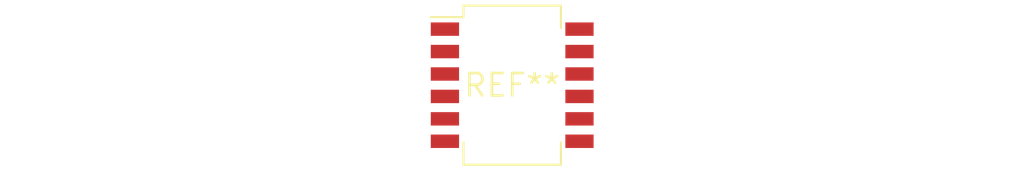
<source format=kicad_pcb>
(kicad_pcb (version 20240108) (generator pcbnew)
  (layers (0 "F.Cu" signal) (31 "B.Cu" signal) (34 "B.Paste" user) (35 "F.Paste" user) (36 "B.SilkS" user "B.Silkscreen") (37 "F.SilkS" user "F.Silkscreen") (38 "B.Mask" user) (39 "F.Mask" user) (44 "Edge.Cuts" user))
  (net 0 "")
  (footprint "SW_DIP_SPSTx06_Slide_Copal_CHS-06B_W7.62mm_P1.27mm" (layer "F.Cu") (at 0 0)
    (property "Reference" "REF**")
    (property "Value" "SW_DIP_SPSTx06_Slide_Copal_CHS-06B_W7.62mm_P1.27mm")
    (fp_line (start -4.61 -3.855) (end -2.76 -3.855) (layer "F.SilkS") (stroke (width 0.12)))
    (fp_line (start -2.76 -4.505) (end -2.76 -3.855) (layer "F.SilkS") (stroke (width 0.12)))
    (fp_line (start -2.76 -4.505) (end 2.76 -4.505) (layer "F.SilkS") (stroke (width 0.12)))
    (fp_line (start -2.76 3.235) (end -2.76 4.505) (layer "F.SilkS") (stroke (width 0.12)))
    (fp_line (start -2.76 4.505) (end 2.76 4.505) (layer "F.SilkS") (stroke (width 0.12)))
    (fp_line (start 2.76 -4.505) (end 2.76 -3.236) (layer "F.SilkS") (stroke (width 0.12)))
    (fp_line (start 2.76 3.235) (end 2.76 4.505) (layer "F.SilkS") (stroke (width 0.12)))
    (pad "1" smd rect (at -3.81 -3.175) (size 1.6 0.76) (layers "F.Cu" "F.Paste" "F.Mask"))
    (pad "2" smd rect (at -3.81 -1.905) (size 1.6 0.76) (layers "F.Cu" "F.Paste" "F.Mask"))
    (pad "3" smd rect (at -3.81 -0.635) (size 1.6 0.76) (layers "F.Cu" "F.Paste" "F.Mask"))
    (pad "4" smd rect (at -3.81 0.635) (size 1.6 0.76) (layers "F.Cu" "F.Paste" "F.Mask"))
    (pad "5" smd rect (at -3.81 1.905) (size 1.6 0.76) (layers "F.Cu" "F.Paste" "F.Mask"))
    (pad "6" smd rect (at -3.81 3.175) (size 1.6 0.76) (layers "F.Cu" "F.Paste" "F.Mask"))
    (pad "7" smd rect (at 3.81 3.175) (size 1.6 0.76) (layers "F.Cu" "F.Paste" "F.Mask"))
    (pad "8" smd rect (at 3.81 1.905) (size 1.6 0.76) (layers "F.Cu" "F.Paste" "F.Mask"))
    (pad "9" smd rect (at 3.81 0.635) (size 1.6 0.76) (layers "F.Cu" "F.Paste" "F.Mask"))
    (pad "10" smd rect (at 3.81 -0.635) (size 1.6 0.76) (layers "F.Cu" "F.Paste" "F.Mask"))
    (pad "11" smd rect (at 3.81 -1.905) (size 1.6 0.76) (layers "F.Cu" "F.Paste" "F.Mask"))
    (pad "12" smd rect (at 3.81 -3.175) (size 1.6 0.76) (layers "F.Cu" "F.Paste" "F.Mask"))
  )
)
</source>
